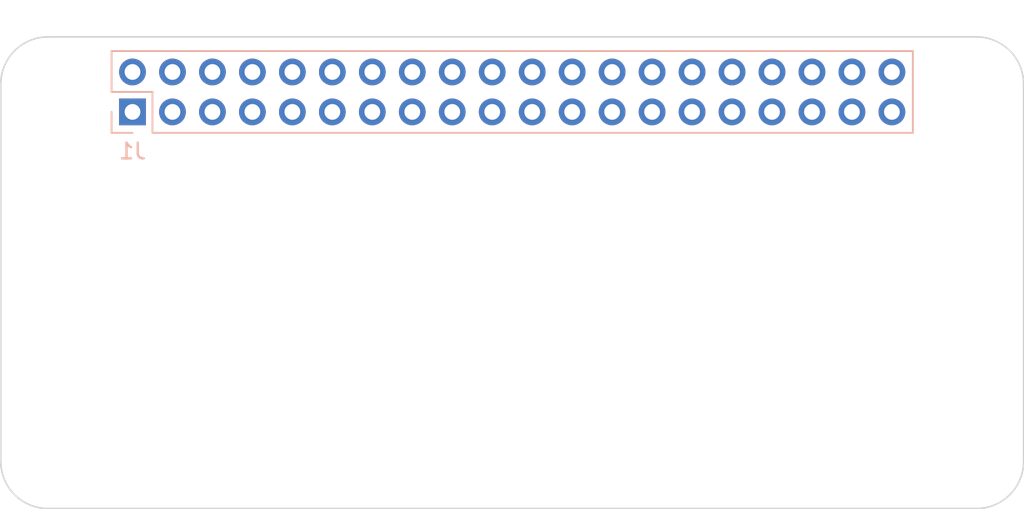
<source format=kicad_pcb>
(kicad_pcb (version 20211014) (generator pcbnew)
  (title_block (date "15 nov 2012"))
  (layers (0 "F.Cu" signal) (31 "B.Cu" signal) (34 "B.Paste" user) (35 "F.Paste" user) (36 "B.SilkS" user "B.Silkscreen") (37 "F.SilkS" user "F.Silkscreen") (38 "B.Mask" user) (39 "F.Mask" user) (44 "Edge.Cuts" user))
  (net 0 "")
  (net 1 "GND")
  (net 2 "/GPIO[2]{slash}SDA1")
  (net 3 "/GPIO[3]{slash}SCL1")
  (net 4 "/GPIO[4]{slash}GPCLK0")
  (net 5 "/GPIO[14]{slash}TXD0")
  (net 6 "/GPIO[15]{slash}RXD0")
  (net 7 "/GPIO[17]")
  (net 8 "/GPIO[18]{slash}PCM.CLK")
  (net 9 "/GPIO[27]")
  (net 10 "/GPIO[22]")
  (net 11 "/GPIO[23]")
  (net 12 "/GPIO26")
  (net 13 "/GPIO[24]")
  (net 14 "/GPIO[10]{slash}SPI0.MOSI")
  (net 15 "/GPIO[9]{slash}SPI0.MISO")
  (net 16 "/GPIO[25]")
  (net 17 "/GPIO[11]{slash}SPI0.SCLK")
  (net 18 "/GPIO[8]{slash}SPI0.CE0")
  (net 19 "/GPIO[7]{slash}SPI0.CE1")
  (net 20 "/ID_SDA")
  (net 21 "/ID_SCL")
  (net 22 "/GPIO[5]")
  (net 23 "/GPIO[6]")
  (net 24 "/GPIO[12]{slash}PWM0")
  (net 25 "/GPIO[13]{slash}PWM1")
  (net 26 "/GPIO[19]{slash}PCM.FS")
  (net 27 "/GPIO[16]")
  (net 28 "/GPIO[20]{slash}PCM.DIN")
  (net 29 "/GPIO[21]{slash}PCM.DOUT")
  (net 30 "+5V")
  (net 31 "+3V3")
  (footprint "MountingHole:MountingHole_2.7mm_M2.5" (layer "F.Cu") (at 161.5 73.5)
    (fp_text reference "MH2" hide)
    (fp_text value "MountingHole_2.7mm_M2.5" hide)
    (pad "" np_thru_hole circle locked (at 0 0) (size 2.7 2.7) (drill 2.7) (layers *.Cu *.Mask))
  )
  (footprint "MountingHole:MountingHole_2.7mm_M2.5" (layer "F.Cu") (at 103.5 96.5)
    (fp_text reference "MH3" hide)
    (fp_text value "MountingHole_2.7mm_M2.5" hide)
    (pad "" np_thru_hole circle locked (at 0 0) (size 2.7 2.7) (drill 2.7) (layers *.Cu *.Mask))
  )
  (footprint "MountingHole:MountingHole_2.7mm_M2.5" (layer "F.Cu") (at 103.5 73.5)
    (fp_text reference "MH1" hide)
    (fp_text value "MountingHole_2.7mm_M2.5" hide)
    (pad "" np_thru_hole circle locked (at 0 0) (size 2.7 2.7) (drill 2.7) (layers *.Cu *.Mask))
  )
  (footprint "MountingHole:MountingHole_2.7mm_M2.5" (layer "F.Cu") (at 161.5 96.5)
    (fp_text reference "MH4" hide)
    (fp_text value "MountingHole_2.7mm_M2.5" hide)
    (pad "" np_thru_hole circle locked (at 0 0) (size 2.7 2.7) (drill 2.7) (layers *.Cu *.Mask))
  )
  (footprint "Connector_PinSocket_2.54mm:PinSocket_2x20_P2.54mm_Vertical" (layer "B.Cu") (at 108.37 74.77 -90)
    (fp_text reference "J1" (at 2.5 0) (layer "B.SilkS") (effects (justify mirror)))
    (fp_text value "GPIO")
    (fp_line (start 0 1.33) (end 1.33 1.33) (layer "B.SilkS") (width 0.12))
    (fp_line (start -1.27 1.33) (end -1.27 -1.27) (layer "B.SilkS") (width 0.12))
    (fp_line (start -3.87 1.33) (end -1.27 1.33) (layer "B.SilkS") (width 0.12))
    (fp_line (start -1.27 -1.27) (end 1.33 -1.27) (layer "B.SilkS") (width 0.12))
    (fp_line (start 1.33 -1.27) (end 1.33 -49.59) (layer "B.SilkS") (width 0.12))
    (fp_line (start -3.87 -49.59) (end 1.33 -49.59) (layer "B.SilkS") (width 0.12))
    (fp_line (start -3.87 1.33) (end -3.87 -49.59) (layer "B.SilkS") (width 0.12))
    (fp_line (start 1.33 1.33) (end 1.33 0) (layer "B.SilkS") (width 0.12))
    (pad "1" thru_hole rect locked (at 0 0 270) (size 1.7 1.7) (drill 1) (layers *.Cu *.Mask) (net 31 "+3V3"))
    (pad "2" thru_hole oval locked (at -2.54 0 270) (size 1.7 1.7) (drill 1) (layers *.Cu *.Mask) (net 30 "+5V"))
    (pad "3" thru_hole oval locked (at 0 -2.54 270) (size 1.7 1.7) (drill 1) (layers *.Cu *.Mask) (net 2 "/GPIO[2]{slash}SDA1"))
    (pad "4" thru_hole oval locked (at -2.54 -2.54 270) (size 1.7 1.7) (drill 1) (layers *.Cu *.Mask) (net 30 "+5V"))
    (pad "5" thru_hole oval locked (at 0 -5.08 270) (size 1.7 1.7) (drill 1) (layers *.Cu *.Mask) (net 3 "/GPIO[3]{slash}SCL1"))
    (pad "6" thru_hole oval locked (at -2.54 -5.08 270) (size 1.7 1.7) (drill 1) (layers *.Cu *.Mask) (net 1 "GND"))
    (pad "7" thru_hole oval locked (at 0 -7.62 270) (size 1.7 1.7) (drill 1) (layers *.Cu *.Mask) (net 4 "/GPIO[4]{slash}GPCLK0"))
    (pad "8" thru_hole oval locked (at -2.54 -7.62 270) (size 1.7 1.7) (drill 1) (layers *.Cu *.Mask) (net 5 "/GPIO[14]{slash}TXD0"))
    (pad "9" thru_hole oval locked (at 0 -10.16 270) (size 1.7 1.7) (drill 1) (layers *.Cu *.Mask) (net 1 "GND"))
    (pad "10" thru_hole oval locked (at -2.54 -10.16 270) (size 1.7 1.7) (drill 1) (layers *.Cu *.Mask) (net 6 "/GPIO[15]{slash}RXD0"))
    (pad "11" thru_hole oval locked (at 0 -12.7 270) (size 1.7 1.7) (drill 1) (layers *.Cu *.Mask) (net 7 "/GPIO[17]"))
    (pad "12" thru_hole oval locked (at -2.54 -12.7 270) (size 1.7 1.7) (drill 1) (layers *.Cu *.Mask) (net 8 "/GPIO[18]{slash}PCM.CLK"))
    (pad "13" thru_hole oval locked (at 0 -15.24 270) (size 1.7 1.7) (drill 1) (layers *.Cu *.Mask) (net 9 "/GPIO[27]"))
    (pad "14" thru_hole oval locked (at -2.54 -15.24 270) (size 1.7 1.7) (drill 1) (layers *.Cu *.Mask) (net 1 "GND"))
    (pad "15" thru_hole oval locked (at 0 -17.78 270) (size 1.7 1.7) (drill 1) (layers *.Cu *.Mask) (net 10 "/GPIO[22]"))
    (pad "16" thru_hole oval locked (at -2.54 -17.78 270) (size 1.7 1.7) (drill 1) (layers *.Cu *.Mask) (net 11 "/GPIO[23]"))
    (pad "17" thru_hole oval locked (at 0 -20.32 270) (size 1.7 1.7) (drill 1) (layers *.Cu *.Mask) (net 31 "+3V3"))
    (pad "18" thru_hole oval locked (at -2.54 -20.32 270) (size 1.7 1.7) (drill 1) (layers *.Cu *.Mask) (net 13 "/GPIO[24]"))
    (pad "19" thru_hole oval locked (at 0 -22.86 270) (size 1.7 1.7) (drill 1) (layers *.Cu *.Mask) (net 14 "/GPIO[10]{slash}SPI0.MOSI"))
    (pad "20" thru_hole oval locked (at -2.54 -22.86 270) (size 1.7 1.7) (drill 1) (layers *.Cu *.Mask) (net 1 "GND"))
    (pad "21" thru_hole oval locked (at 0 -25.4 270) (size 1.7 1.7) (drill 1) (layers *.Cu *.Mask) (net 15 "/GPIO[9]{slash}SPI0.MISO"))
    (pad "22" thru_hole oval locked (at -2.54 -25.4 270) (size 1.7 1.7) (drill 1) (layers *.Cu *.Mask) (net 16 "/GPIO[25]"))
    (pad "23" thru_hole oval locked (at 0 -27.94 270) (size 1.7 1.7) (drill 1) (layers *.Cu *.Mask) (net 17 "/GPIO[11]{slash}SPI0.SCLK"))
    (pad "24" thru_hole oval locked (at -2.54 -27.94 270) (size 1.7 1.7) (drill 1) (layers *.Cu *.Mask) (net 18 "/GPIO[8]{slash}SPI0.CE0"))
    (pad "25" thru_hole oval locked (at 0 -30.48 270) (size 1.7 1.7) (drill 1) (layers *.Cu *.Mask) (net 1 "GND"))
    (pad "26" thru_hole oval locked (at -2.54 -30.48 270) (size 1.7 1.7) (drill 1) (layers *.Cu *.Mask) (net 19 "/GPIO[7]{slash}SPI0.CE1"))
    (pad "27" thru_hole oval locked (at 0 -33.02 270) (size 1.7 1.7) (drill 1) (layers *.Cu *.Mask) (net 20 "/ID_SDA"))
    (pad "28" thru_hole oval locked (at -2.54 -33.02 270) (size 1.7 1.7) (drill 1) (layers *.Cu *.Mask) (net 21 "/ID_SCL"))
    (pad "29" thru_hole oval locked (at 0 -35.56 270) (size 1.7 1.7) (drill 1) (layers *.Cu *.Mask) (net 22 "/GPIO[5]"))
    (pad "30" thru_hole oval locked (at -2.54 -35.56 270) (size 1.7 1.7) (drill 1) (layers *.Cu *.Mask) (net 1 "GND"))
    (pad "31" thru_hole oval locked (at 0 -38.1 270) (size 1.7 1.7) (drill 1) (layers *.Cu *.Mask) (net 23 "/GPIO[6]"))
    (pad "32" thru_hole oval locked (at -2.54 -38.1 270) (size 1.7 1.7) (drill 1) (layers *.Cu *.Mask) (net 24 "/GPIO[12]{slash}PWM0"))
    (pad "33" thru_hole oval locked (at 0 -40.64 270) (size 1.7 1.7) (drill 1) (layers *.Cu *.Mask) (net 25 "/GPIO[13]{slash}PWM1"))
    (pad "34" thru_hole oval locked (at -2.54 -40.64 270) (size 1.7 1.7) (drill 1) (layers *.Cu *.Mask) (net 1 "GND"))
    (pad "35" thru_hole oval locked (at 0 -43.18 270) (size 1.7 1.7) (drill 1) (layers *.Cu *.Mask) (net 26 "/GPIO[19]{slash}PCM.FS"))
    (pad "36" thru_hole oval locked (at -2.54 -43.18 270) (size 1.7 1.7) (drill 1) (layers *.Cu *.Mask) (net 27 "/GPIO[16]"))
    (pad "37" thru_hole oval locked (at 0 -45.72 270) (size 1.7 1.7) (drill 1) (layers *.Cu *.Mask) (net 12 "/GPIO26"))
    (pad "38" thru_hole oval locked (at -2.54 -45.72 270) (size 1.7 1.7) (drill 1) (layers *.Cu *.Mask) (net 28 "/GPIO[20]{slash}PCM.DIN"))
    (pad "39" thru_hole oval locked (at 0 -48.26 270) (size 1.7 1.7) (drill 1) (layers *.Cu *.Mask) (net 1 "GND"))
    (pad "40" thru_hole oval locked (at -2.54 -48.26 270) (size 1.7 1.7) (drill 1) (layers *.Cu *.Mask) (net 29 "/GPIO[21]{slash}PCM.DOUT"))
  )
  (gr_arc (start 162 70) (mid 164.12132 70.87868) (end 165 73) (layer "Edge.Cuts") (width 0.1))
  (gr_line (start 165 97) (end 165 73) (layer "Edge.Cuts") (width 0.1))
  (gr_line (start 100 73) (end 100 97) (layer "Edge.Cuts") (width 0.1))
  (gr_arc (start 103 100) (mid 100.87868 99.12132) (end 100 97) (layer "Edge.Cuts") (width 0.1))
  (gr_line (start 103 100) (end 162 100) (layer "Edge.Cuts") (width 0.1))
  (gr_arc (start 165 97) (mid 164.12132 99.12132) (end 162 100) (layer "Edge.Cuts") (width 0.1))
  (gr_arc (start 100 73) (mid 100.87868 70.87868) (end 103 70) (layer "Edge.Cuts") (width 0.1))
  (gr_line (start 162 70) (end 103 70) (layer "Edge.Cuts") (width 0.1))
)
</source>
